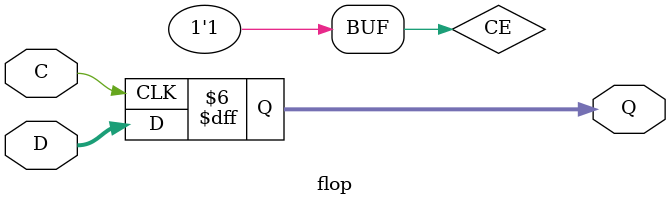
<source format=v>
module flop (C, D, Q);  
//D[4:0] Data Input
//C Positive-Edge Clock
//CE Clock Enable (active High)
//Q[4:0] Data Output
  input C; 
  input [7:0] D;  
  output [7:0] Q;  
  reg [7:0] Q; 
  reg CE =1'b1;

  always @(posedge C)  
    begin  
       
       if (CE)  
          Q = D;  
    end  
endmodule  

</source>
